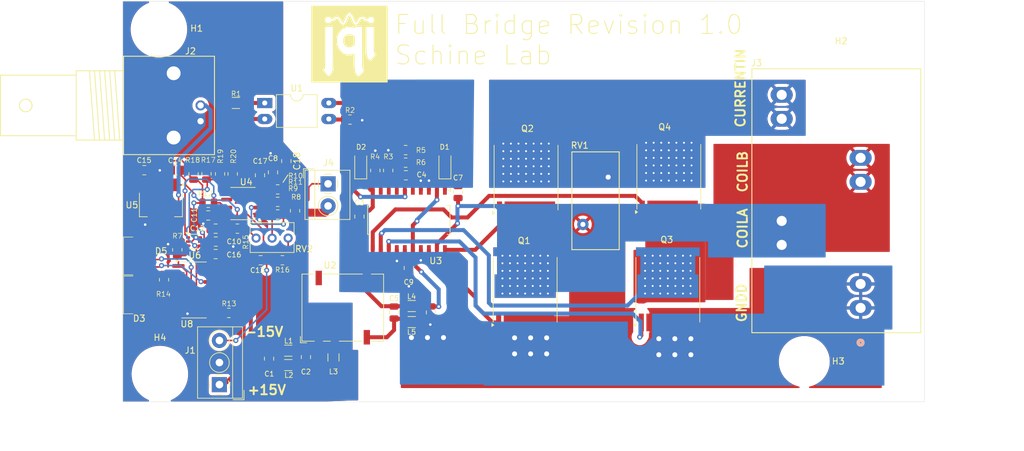
<source format=kicad_pcb>
(kicad_pcb (version 20240108) (generator "pcbnew") (generator_version "8.0")
  (layers (0 "F.Cu" signal) (31 "B.Cu" signal) (34 "B.Paste" user) (35 "F.Paste" user) (36 "B.SilkS" user "B.Silkscreen") (37 "F.SilkS" user "F.Silkscreen") (38 "B.Mask" user) (39 "F.Mask" user) (44 "Edge.Cuts" user))
  (net 0 "")
  (net 1 "GND")
  (net 2 "Net-(C2-Pad1)")
  (net 3 "GNDD")
  (net 4 "+15V")
  (net 5 "Net-(U2-GND)")
  (net 6 "Net-(R1-Pad1)")
  (net 7 "Net-(D2-K)")
  (net 8 "Coil_B")
  (net 9 "Net-(U3-IN-)")
  (net 10 "Net-(U2-Vo+)")
  (net 11 "Net-(U2-Vo-)")
  (net 12 "Net-(D1-K)")
  (net 13 "Coil_A")
  (net 14 "Current_in")
  (net 15 "Net-(U2-Vin)")
  (net 16 "Net-(Q3-G)")
  (net 17 "Net-(U3-HDEL)")
  (net 18 "Net-(U3-LDEL)")
  (net 19 "Net-(U3-IN+)")
  (net 22 "VCC")
  (net 23 "VEE")
  (net 24 "Net-(D3-KA)")
  (net 25 "Net-(D3-AK)")
  (net 26 "Net-(D5-KA)")
  (net 27 "Net-(D5-AK)")
  (net 28 "/protection/input")
  (net 29 "Net-(Q1-G)")
  (net 30 "Net-(Q2-G)")
  (net 31 "Net-(Q4-G)")
  (net 32 "/protection/output +")
  (net 33 "Net-(R16-Pad2)")
  (net 34 "Net-(C18-Pad2)")
  (net 35 "Net-(R15-Pad1)")
  (net 36 "/protection/output -")
  (net 37 "Net-(U4-+)")
  (net 38 "Net-(U6-LE)")
  (net 40 "Net-(U4--)")
  (net 42 "+5V")
  (net 43 "Net-(U6-Q)")
  (net 44 "Net-(U8-Pad10)")
  (net 45 "Net-(U8-Pad4)")
  (net 46 "Net-(R14-Pad1)")
  (net 47 "Net-(R13-Pad1)")
  (net 48 "/protection/monitor")
  (footprint "Capacitor_SMD:C_0805_2012Metric" (layer "F.Cu") (at 139.086522 110.346298 -90)
    (property "Reference" "C3")
    (property "Value" "47nF")
  )
  (footprint "Capacitor_SMD:C_0805_2012Metric" (layer "F.Cu") (at 146.440361 103.802941)
    (property "Reference" "C4")
    (property "Value" "100nF")
  )
  (footprint "Capacitor_SMD:C_0805_2012Metric" (layer "F.Cu") (at 144.57261 125.567656 -90)
    (property "Reference" "C5")
    (property "Value" "DNP")
  )
  (footprint "Capacitor_SMD:C_0805_2012Metric" (layer "F.Cu") (at 150.41461 125.551656 90)
    (property "Reference" "C6" (hide yes))
    (property "Value" "22uF")
  )
  (footprint "Capacitor_SMD:C_0805_2012Metric" (layer "F.Cu") (at 154.707482 106.454348 -90)
    (property "Reference" "C7")
    (property "Value" "47nF")
  )
  (footprint "Connectors_TE-Connectivity:BNC_Socket_TYCO-AMP" (layer "F.Cu") (at 108.913213 92.72 90)
    (property "Reference" "J2")
    (property "Value" "Conn_Coaxial")
  )
  (footprint "footprints:CONN_2453710000" (layer "F.Cu") (at 218.48 124.841 90)
    (property "Reference" "J3")
    (property "Value" "2453710000")
  )
  (footprint "Inductors_SMD:L_0805" (layer "F.Cu") (at 134.96661 132.685656 90)
    (property "Reference" "L3")
    (property "Value" "4.7k")
  )
  (footprint "Inductors_SMD:L_0805" (layer "F.Cu") (at 147.36661 124.535656)
    (property "Reference" "L4")
    (property "Value" "4.7k")
  )
  (footprint "Inductors_SMD:L_0805" (layer "F.Cu") (at 147.36661 127.075656)
    (property "Reference" "L5")
    (property "Value" "4.7k")
  )
  (footprint "Resistors_SMD:R_0805" (layer "F.Cu") (at 119.50761 92.334656 180)
    (property "Reference" "R1")
    (property "Value" "220")
  )
  (footprint "Resistor_SMD:R_0805_2012Metric" (layer "F.Cu") (at 143.635862 103.035251 90)
    (property "Reference" "R3")
    (property "Value" "100k")
  )
  (footprint "Resistor_SMD:R_0805_2012Metric" (layer "F.Cu") (at 141.59788 103.035046 90)
    (property "Reference" "R4")
    (property "Value" "100k")
  )
  (footprint "Resistor_SMD:R_0805_2012Metric" (layer "F.Cu") (at 146.402861 99.802941 180)
    (property "Reference" "R5")
    (property "Value" "10k")
  )
  (footprint "Resistor_SMD:R_0805_2012Metric" (layer "F.Cu") (at 146.402861 101.802941)
    (property "Reference" "R6")
    (property "Value" "10k")
  )
  (footprint "Converters_DCDC_ACDC:DCDC-Conv_muRata_NXE2SxxxxMC" (layer "F.Cu") (at 136.44461 124.789656 90)
    (property "Reference" "U2")
    (property "Value" "PDS1-S15-S15-M")
  )
  (footprint "Housings_DIP:DIP-4_W10.16mm_LongPads" (layer "F.Cu") (at 124.07961 92.334656)
    (property "Reference" "U1")
    (property "Value" "LTV-817")
  )
  (footprint "Package_TO_SOT_SMD:Infineon_PG-HSOF-8-1_ThermalVias" (layer "F.Cu") (at 165.47842 104.106656 90)
    (property "Reference" "Q2")
    (property "Value" "IAUT300N10S5N014ATMA1")
  )
  (footprint "Package_TO_SOT_SMD:Infineon_PG-HSOF-8-1_ThermalVias" (layer "F.Cu") (at 187.93842 121.886656 90)
    (property "Reference" "Q3")
    (property "Value" "IAUT300N10S5N014ATMA1")
  )
  (footprint "Package_TO_SOT_SMD:Infineon_PG-HSOF-8-1_ThermalVias" (layer "F.Cu") (at 165.33842 121.886656 90)
    (property "Reference" "Q1")
    (property "Value" "IAUT300N10S5N014ATMA1")
  )
  (footprint "Capacitor_SMD:C_0805_2012Metric" (layer "F.Cu") (at 130.60461 132.633656 90)
    (property "Reference" "C2")
    (property "Value" "22uF")
  )
  (footprint "Capacitor_SMD:C_0805_2012Metric" (layer "F.Cu") (at 124.76261 132.887656 90)
    (property "Reference" "C1")
    (property "Value" "22uF")
  )
  (footprint "Inductors_SMD:L_0805" (layer "F.Cu") (at 127.81061 131.617656)
    (property "Reference" "L1")
    (property "Value" "4.7k")
  )
  (footprint "Inductors_SMD:L_0805" (layer "F.Cu") (at 127.81061 133.903656)
    (property "Reference" "L2")
    (property "Value" "4.7k")
  )
  (footprint "Capacitor_SMD:C_0805_2012Metric" (layer "F.Cu") (at 146.90842 118.496656 -90)
    (property "Reference" "C9")
    (property "Value" "100nF")
  )
  (footprint "Diode_SMD:Nexperia_CFP3_SOD-123W" (layer "F.Cu") (at 152.62342 102.116656 90)
    (property "Reference" "D1")
    (property "Value" "PMEG10020AELRX")
  )
  (footprint "Package_TO_SOT_SMD:Infineon_PG-HSOF-8-1_ThermalVias" (layer "F.Cu") (at 188.096 103.97 90)
    (property "Reference" "Q4")
    (property "Value" "IAUT300N10S5N014ATMA1")
  )
  (footprint "Resistor_SMD:R_0805_2012Metric" (layer "F.Cu") (at 119.749135 112.264077 180)
    (property "Reference" "R15")
    (property "Value" "0")
  )
  (footprint "footprints:LED_boomerang" (layer "F.Cu") (at 104.199938 116.591932 -90)
    (property "Reference" "D5")
    (property "Value" "AA4040R3G2CT/R-10MAT")
  )
  (footprint "Package_TO_SOT_SMD:SOT-363_SC-70-6" (layer "F.Cu") (at 112.877172 114.317646)
    (property "Reference" "U6")
    (property "Value" "74LVC1G373")
  )
  (footprint "Resistor_SMD:R_0805_2012Metric" (layer "F.Cu") (at 114.852172 103.567646 90)
    (property "Reference" "R17")
    (property "Value" "0")
  )
  (footprint "Resistor_SMD:R_0805_2012Metric" (layer "F.Cu") (at 126.13 106.04 180)
    (property "Reference" "R10")
    (property "Value" "DNP")
  )
  (footprint "Resistor_SMD:R_0805_2012Metric" (layer "F.Cu") (at 108.127172 120.367646 -90)
    (property "Reference" "R14")
    (property "Value" "330")
  )
  (footprint "Package_SO:SOIC-14_3.9x8.7mm_P1.27mm" (layer "F.Cu") (at 112.876477 121.987962)
    (property "Reference" "U8")
    (property "Value" "74AC14DR")
  )
  (footprint "Capacitor_SMD:C_0805_2012Metric" (layer "F.Cu") (at 116.303642 116.300706 180)
    (property "Reference" "C16")
    (property "Value" "100nF")
  )
  (footprint "MountingHole:MountingHole_3.5mm" (layer "F.Cu") (at 209.55 133.35)
    (property "Reference" "H3")
    (property "Value" "MountingHole")
  )
  (footprint "Resistor_SMD:R_0805_2012Metric" (layer "F.Cu") (at 126.87711 117.276656)
    (property "Reference" "R16")
    (property "Value" "0")
  )
  (footprint "Package_TO_SOT_SMD:SOT-223-3_TabPin2" (layer "F.Cu") (at 107.627172 108.467646 -90)
    (property "Reference" "U5")
    (property "Value" "LM340MPX-5.0/NOPB")
  )
  (footprint "Resistor_SMD:R_0805_2012Metric" (layer "F.Cu") (at 137.58 94.96)
    (property "Reference" "R2")
    (property "Value" "10k")
  )
  (footprint "footprints:JQI-Logo" (layer "F.Cu") (at 137.5 83)
    (property "Reference" "LOGO_1" (hide yes))
    (property "Value" "~" (hide yes))
  )
  (footprint "MountingHole:MountingHole_3.5mm" (layer "F.Cu") (at 107.442 80.518)
    (property "Reference" "H1")
    (property "Value" "MountingHole")
  )
  (footprint "Resistor_SMD:R_0805_2012Metric" (layer "F.Cu") (at 128.877172 109.426577 -90)
    (property "Reference" "R8")
    (property "Value" "DNP")
  )
  (footprint "Resistor_SMD:R_0805_2012Metric" (layer "F.Cu") (at 119.002172 103.580146 90)
    (property "Reference" "R20")
    (property "Value" "0")
  )
  (footprint "Capacitor_SMD:C_0805_2012Metric" (layer "F.Cu") (at 104.995796 102.994517 180)
    (property "Reference" "C15")
    (property "Value" "100nF")
  )
  (footprint "Capacitor_SMD:C_0805_2012Metric" (layer "F.Cu") (at 116.299135 112.264077 180)
    (property "Reference" "C12")
    (property "Value" "100nF")
  )
  (footprint "Resistor_SMD:R_0805_2012Metric" (layer "F.Cu") (at 115.127172 108.172646 180)
    (property "Reference" "R12")
    (property "Value" "10k")
  )
  (footprint "Potentiometer_THT:Potentiometer_Bourns_3266Y_Vertical" (layer "F.Cu") (at 122.709135 113.764077 180)
    (property "Reference" "RV2")
    (property "Value" "100k")
  )
  (footprint "Capacitor_SMD:C_0805_2012Metric" (layer "F.Cu") (at 127.5 101.55 -90)
    (property "Reference" "C18")
    (property "Value" "100nF")
  )
  (footprint "Capacitor_SMD:C_0805_2012Metric" (layer "F.Cu") (at 116.327172 114.317646)
    (property "Reference" "C10")
    (property "Value" "100nF")
  )
  (footprint "Capacitor_SMD:C_0805_2012Metric" (layer "F.Cu") (at 109.927172 103)
    (property "Reference" "C14")
    (property "Value" "100nF")
  )
  (footprint "Diode_SMD:Nexperia_CFP3_SOD-123W" (layer "F.Cu") (at 139.28842 102.116656 90)
    (property "Reference" "D2")
    (property "Value" "PMEG10020AELRX")
  )
  (footprint "Capacitor_SMD:C_0805_2012Metric" (layer "F.Cu") (at 115.127172 110.172646 180)
    (property "Reference" "C11")
    (property "Value" "100nF")
  )
  (footprint "Resistor_SMD:R_0805_2012Metric" (layer "F.Cu") (at 126.127172 108.014077 180)
    (property "Reference" "R11")
    (property "Value" "0")
  )
  (footprint "Package_SO:SO-20_12.8x7.5mm_P1.27mm" (layer "F.Cu") (at 146.90842 110.876656 -90)
    (property "Reference" "U3")
    (property "Value" "HIP4080A")
  )
  (footprint "Resistor_SMD:R_0805_2012Metric" (layer "F.Cu") (at 110.227172 115.617646 90)
    (property "Reference" "R7")
    (property "Value" "10k")
  )
  (footprint "Capacitor_SMD:C_0805_2012Metric" (layer "F.Cu") (at 125.38961 103.336656 90)
    (property "Reference" "C8")
    (property "Value" "22uF")
  )
  (footprint "Capacitor_SMD:C_0805_2012Metric" (layer "F.Cu") (at 123.32961 103.796656 -90)
    (property "Reference" "C17")
    (property "Value" "100nF")
  )
  (footprint "Resistor_SMD:R_0805_2012Metric" (layer "F.Cu") (at 117.002172 103.580146 -90)
    (property "Reference" "R19")
    (property "Value" "DNP")
  )
  (footprint "TerminalBlock_4Ucon:TerminalBlock_4Ucon_1x03_P3.50mm_Horizontal" (layer "F.Cu") (at 116.9 137 90)
    (property "Reference" "J1")
    (property "Value" "Screw_Terminal_01x03")
  )
  (footprint "TerminalBlock_4Ucon:TerminalBlock_4Ucon_1x02_P3.50mm_Horizontal" (layer "F.Cu") (at 134.112 105.156 -90)
    (property "Reference" "J4")
    (property "Value" "Screw_Terminal_01x02")
  )
  (footprint "MountingHole:MountingHole_3.5mm" (layer "F.Cu") (at 209.55 82.55)
    (property "Reference" "H2")
    (property "Value" "MountingHole")
  )
  (footprint "Capacitor_SMD:C_0805_2012Metric" (layer "F.Cu") (at 123.42711 117.276656 180)
    (property "Reference" "C13")
    (property "Value" "100nF")
  )
  (footprint "Package_SO:SO-8_3.9x4.9mm_P1.27mm" (layer "F.Cu") (at 120.627172 108.287646 180)
    (property "Reference" "U4")
    (property "Value" "LT1011")
  )
  (footprint "MountingHole:MountingHole_3.5mm" (layer "F.Cu") (at 107.442 135.382)
    (property "Reference" "H4")
    (property "Value" "MountingHole")
  )
  (footprint "Resistor_SMD:R_0805_2012Metric" (layer "F.Cu") (at 118.390622 125.6309)
    (property "Reference" "R13")
    (property "Value" "330")
  )
  (footprint "Resistor_SMD:R_0805_2012Metric" (layer "F.Cu") (at 112.802172 103.580146 -90)
    (property "Reference" "R18")
    (property "Value" "DNP")
  )
  (footprint "footprints:LED_boomerang" (layer "F.Cu") (at 104.206871 122.774057 -90)
    (property "Reference" "D3")
    (property "Value" "AA4040R3G2CT/R-10MAT")
  )
  (footprint "Varistor:RV_Disc_D15.5mm_W7.5mm_P7.5mm" (layer "F.Cu") (at 178.486489 104.092921 -90)
    (property "Reference" "RV1")
    (property "Value" "V20E50P (80V)")
  )
  (footprint "Resistor_SMD:R_0805_2012Metric" (layer "F.Cu") (at 126.127172 110.014077)
    (property "Reference" "R9")
    (property "Value" "0")
  )
  (gr_line (start 127.75 103.75) (end 126.976257 104.910408) (stroke (width 0.12)) (layer "F.SilkS"))
  (gr_line (start 126.976257 104.910408) (end 127.75 103.75) (stroke (width 0.12)) (layer "F.SilkS"))
  (gr_rect (start 101.6 76.2) (end 228.6 139.7) (stroke (width 0.05)) (fill none) (layer "Edge.Cuts"))
  (gr_text "-15V" (at 120.777014 129.499833 0) (layer "F.SilkS") (effects (font (size 1.5 1.5) (thickness 0.3) (bold yes)) (justify left bottom)))
  (gr_text "COILB" (at 200.66 106.68 90) (layer "F.SilkS") (effects (font (size 1.5 1.5) (thickness 0.3) (bold yes)) (justify left bottom)))
  (gr_text "Full Bridge Revision 1.0\nSchine Lab " (at 144.5 86.5 0) (layer "F.SilkS") (effects (font (size 3 3)) (justify left bottom)))
  (gr_text "COILA" (at 200.66 115.57 90) (layer "F.SilkS") (effects (font (size 1.5 1.5) (thickness 0.3) (bold yes)) (justify left bottom)))
  (gr_text "GNDD" (at 200.523686 127.267241 90) (layer "F.SilkS") (effects (font (size 1.5 1.5) (thickness 0.3) (bold yes)) (justify left bottom)))
  (gr_text "+15V" (at 121.210755 138.728877 0) (layer "F.SilkS") (effects (font (size 1.5 1.5) (thickness 0.3) (bold yes)) (justify left bottom)))
  (gr_text "CURRENTIN" (at 200.324601 96.378763 90) (layer "F.SilkS") (effects (font (size 1.5 1.5) (thickness 0.3) (bold yes)) (justify left bottom)))
  (segment (start 105.14862 111.617646) (end 105.13961 111.626656) (width 0.635) (layer "F.Cu") (net 1))
  (segment (start 112.52027 114.317646) (end 113.178755 113.659161) (width 0.25) (layer "F.Cu") (net 1))
  (segment (start 117.253642 116.300706) (end 118.71556 116.300706) (width 0.25) (layer "F.Cu") (net 1))
  (segment (start 120.32711 115.126656) (end 119.11461 115.126656) (width 0.25) (layer "F.Cu") (net 1))
  (segment (start 108.958294 103.018878) (end 108.977172 103) (width 0.25) (layer "F.Cu") (net 1))
  (segment (start 126.86061 131.617656) (end 125.03261 131.617656) (width 0.635) (layer "F.Cu") (net 1))
  (segment (start 107.5 103) (end 107.302634 102.908804) (width 0.25) (layer "F.Cu") (net 1))
  (segment (start 125.03261 131.617656) (end 124.76261 131.887656) (width 0.635) (layer "F.Cu") (net 1))
  (segment (start 113.827172 113.667646) (end 113.18724 113.667646) (width 0.25) (layer "F.Cu") (net 1))
  (segment (start 105.945796 102.994517) (end 107.425702 102.994517) (width 0.25) (layer "F.Cu") (net 1))
  (segment (start 113.18724 113.667646) (end 113.178755 113.659161) (width 0.25) (layer "F.Cu") (net 1))
  (segment (start 119.11461 115.126656) (end 119.08961 115.101656) (width 0.635) (layer "F.Cu") (net 1))
  (segment (start 133.604 109.728) (end 131.064 109.728) (width 1.27) (layer "F.Cu") (net 1))
  (segment (start 110.227172 114.705146) (end 108.78612 114.705146) (width 0.25) (layer "F.Cu") (net 1))
  (segment (start 122.47711 117.276656) (end 120.32711 115.126656) (width 0.25) (layer "F.Cu") (net 1))
  (segment (start 123.202172 110.785013) (end 123.216107 110.798948) (width 0.635) (layer "F.Cu") (net 1))
  (segment (start 119.08961 115.926656) (end 119.08961 115.101656) (width 0.25) (layer "F.Cu") (net 1))
  (segment (start 108.78612 114.705146) (end 108.76461 114.726656) (width 0.635) (layer "F.Cu") (net 1))
  (segment (start 119.06461 115.076656) (end 119.08961 115.101656) (width 0.635) (layer "F.Cu") (net 1))
  (segment (start 107.627172 111.617646) (end 107.627172 105.317646) (width 0.635) (layer "F.Cu") (net 1))
  (segment (start 119.06461 114.676656) (end 119.06461 115.076656) (width 0.25) (layer "F.Cu") (net 1))
  (segment (start 118.71556 116.300706) (end 119.08961 115.926656) (width 0.25) (layer "F.Cu") (net 1))
  (segment (start 107.450063 103.018878) (end 108.958294 103.018878) (width 0.25) (layer "F.Cu") (net 1))
  (segment (start 107.425702 102.994517) (end 107.450063 103.018878) (width 0.25) (layer "F.Cu") (net 1))
  (segment (start 123.202172 110.192646) (end 123.202172 110.785013) (width 0.635) (layer "F.Cu") (net 1))
  (segment (start 111.927172 114.317646) (end 112.52027 114.317646) (width 0.25) (layer "F.Cu") (net 1))
  (segment (start 129.59 111.99) (end 129.57 111.97) (width 0.25) (layer "F.Cu") (net 1))
  (segment (start 111.793304 125.797962) (end 111.83961 125.751656) (width 0.635) (layer "F.Cu") (net 1))
  (segment (start 134.112 108.656) (end 134.112 109.22) (width 1.27) (layer "F.Cu") (net 1))
  (segment (start 107.627172 111.617646) (end 105.14862 111.617646) (width 0.635) (layer "F.Cu") (net 1))
  (segment (start 134.112 109.22) (end 133.604 109.728) (width 1.27) (layer "F.Cu") (net 1))
  (segment (start 118.7056 114.317646) (end 119.06461 114.676656) (width 0.25) (layer "F.Cu") (net 1))
  (segment (start 110.401477 125.797962) (end 111.793304 125.797962) (width 0.25) (layer "F.Cu") (net 1))
  (segment (start 117.277172 114.317646) (end 118.7056 114.317646) (width 0.25) (layer "F.Cu") (net 1))
  (segment (start 107.5 103) (end 107.39383 103) (width 0.25) (layer "F.Cu") (net 1))
  (via (at 123.216107 110.798948) (size 0.8) (drill 0.4) (layers "F.Cu" "B.Cu") (net 1))
  (via (at 114.34 111.48) (size 0.8) (drill 0.4) (layers "F.Cu" "B.Cu") (net 1))
  (via (at 107.450063 103.018878) (size 0.8) (drill 0.4) (layers "F.Cu" "B.Cu") (net 1))
  (via (at 125 100.306656) (size 0.8) (drill 0.4) (layers "F.Cu" "B.Cu") (net 1))
  (via (at 111.83961 125.751656) (size 0.8) (drill 0.4) (layers "F.Cu" "B.Cu") (net 1))
  (via (at 119.08961 115.101656) (size 0.8) (drill 0.4) (layers "F.Cu" "B.Cu") (net 1))
  (via (at 108.76461 114.726656) (size 0.8) (drill 0.4) (layers "F.Cu" "B.Cu") (net 1))
  (via (at 105.13961 111.626656) (size 0.8) (drill 0.4) (layers "F.Cu" "B.Cu") (net 1))
  (via (at 113.178755 113.659161) (size 0.8) (drill 0.4) (layers "F.Cu" "B.Cu") (net 1))
  (segment (start 130.86661 134.735656) (end 130.51661 134.385656) (width 0.635) (layer "F.Cu") (net 2))
  (segment (start 134.51661 134.735656) (end 130.86661 134.735656) (width 0.635) (layer "F.Cu") (net 2))
  (segment (start 134.96661 133.635656) (end 134.96661 134.285656) (width 0.635) (layer "F.Cu") (net 2))
  (segment (start 130.60461 134.297656) (end 130.60461 133.583656) (width 0.635) (layer "F.Cu") (net 2))
  (segment (start 128.76061 133.903656) (end 130.09661 133.903656) (width 0.635) (layer "F.Cu") (net 2))
  (segment (start 130.51661 134.385656) (end 130.60461 134.297656) (width 0.635) (layer "F.Cu") (net 2))
  (segment (start 134.96661 134.285656) (end 134.51661 134.735656) (width 0.635) (layer "F.Cu") (net 2))
  (segment (start 148.80174 116.603336) (end 148.80174 117.288699) (width 0.635) (layer "F.Cu") (net 3))
  (segment (start 149.89061 127.075656) (end 148.31661 127.075656) (width 0.635) (layer "F.Cu") (net 3))
  (segment (start 150.098642 104.648799) (end 150.08342 104.664021) (width 0.635) (layer "F.Cu") (net 3))
  (segment (start 149.89061 127.075656) (end 150.31 127.48) (width 0.635) (layer "F.Cu") (net 3))
  (segment (start 148.31661 128.54339) (end 147.32 129.54) (width 0.635) (layer "F.Cu") (net 3))
  (segment (start 146.90842 121.40842) (end 146.90842 119.446656) (width 0.635) (layer "F.Cu") (net 3))
  (segment (start 147.315361 103.727941) (end 147.390361 103.802941) (width 0.635) (layer "F.Cu") (net 3))
  (segment (start 147.315361 102.621656) (end 147.315361 103.727941) (width 0.635) (layer "F.Cu") (net 3))
  (segment (start 148.81342 104.665484) (end 148.805291 104.657355) (width 0.635) (layer "F.Cu") (net 3))
  (segment (start 145.00342 115.626656) (end 145.00342 117.379708) (width 0.635) (layer "F.Cu") (net 3))
  (segment (start 139.41 94.96) (end 139.52 95.07) (width 0.635) (layer "F.Cu") (net 3))
  (segment (start 143.635862 101.053928) (end 143.635862 102.122751) (width 0.635) (layer "F.Cu") (net 3))
  (segment (start 145.00342 117.379708) (end 145.016127 117.392415) (width 0.635) (layer "F.Cu") (net 3))
  (segment (start 138.4925 94.96) (end 139.41 94.96) (width 0.635) (layer "F.Cu") (net 3))
  (segment (start 148.81342 103.256656) (end 148.805291 103.264785) (width 0.635) (layer "F.Cu") (net 3))
  (segment (start 150.08342 104.664021) (end 150.08342 106.126656) (width 0.635) (layer "F.Cu") (net 3))
  (segment (start 148.81342 115.626656) (end 148.81342 116.591656) (width 0.635) (layer "F.Cu") (net 3))
  (segment (start 148.81342 106.126656) (end 148.81342 104.665484) (width 0.635) (layer "F.Cu") (net 3))
  (segment (start 148.805291 103.264785) (end 148.805291 104.657355) (width 0.635) (layer "F.Cu") (net 3))
  (segment (start 147.315361 102.621656) (end 148.17842 102.621656) (width 0.635) (layer "F.Cu") (net 3))
  (segment (start 147.315361 101.802941) (end 147.315361 102.621656) (width 0.635) (layer "F.Cu") (net 3))
  (segment (start 148.17842 102.621656) (end 148.81342 103.256656) (width 0.635) (layer "F.Cu") (net 3))
  (segment (start 150.31 127.48) (end 150.41461 126.551656) (width 0.635) (layer "F.Cu") (net 3))
  (segment (start 141.59788 99.893266) (end 141.59788 102.122546) (width 0.635) (layer "F.Cu") (net 3))
  (segment (start 143.659335 99.823497) (end 143.635862 101.053928) (width 0.635) (layer "F.Cu") (net 3))
  (segment (start 148.31661 127.075656) (end 148.31661 128.54339) (width 0.635) (layer "F.Cu") (net 3))
  (segment (start 148.81342 116.591656) (end 148.80174 116.603336) (width 0.635) (layer "F.Cu") (net 3))
  (via (at 166.203292 132.120206) (size 1.524) (drill 0.7874) (layers "F.Cu" "B.Cu") (net 3))
  (via (at 148.805291 104.657355) (size 0.8) (drill 0.4) (layers "F.Cu" "B.Cu") (net 3))
  (via (at 163.663292 132.120206) (size 1.524) (drill 0.7874) (layers "F.Cu" "B.Cu") (net 3))
  (via (at 147.32 129.54) (size 1.524) (drill 0.7874) (layers "F.Cu" "B.Cu") (net 3))
  (via (at 143.659335 99.823497) (size 0.8) (drill 0.4) (layers "F.Cu" "B.Cu") (net 3))
  (via (at 163.663292 129.580206) (size 1.524) (drill 0.7874) (layers "F.Cu" "B.Cu") (net 3))
  (via (at 139.52 95.07) (size 0.8) (drill 0.4) (layers "F.Cu" "B.Cu") (net 3))
  (via (at 166.203292 129.580206) (size 1.524) (drill 0.7874) (layers "F.Cu" "B.Cu") (net 3))
  (via (at 168.743292 132.120206) (size 1.524) (drill 0.7874) (layers "F.Cu" "B.Cu") (net 3))
  (via (at 141.59788 99.893266) (size 0.8) (drill 0.4) (layers "F.Cu" "B.Cu") (net 3))
  (via (at 145.016127 117.392415) (size 0.8) (drill 0.4) (layers "F.Cu" "B.Cu") (net 3))
  (via (at 168.743292 129.580206) (size 1.524) (drill 0.7874) (layers "F.Cu" "B.Cu") (net 3))
  (via (at 186.514966 132.263391) (size 1.524) (drill 0.7874) (layers "F.Cu" "B.Cu") (net 3))
  (via (at 150.31 127.48) (size 0.8) (drill 0.4) (layers "F.Cu" "B.Cu") (net 3))
  (via (at 186.514966 129.723391) (size 1.524) (drill 0.7874) (layers "F.Cu" "B.Cu") (net 3))
  (via (at 149.86 129.54) (size 1.524) (drill 0.7874) (layers "F.Cu" "B.Cu") (net 3))
  (via (at 148.80174 117.288699) (size 0.8) (drill 0.4) (layers "F.Cu" "B.Cu") (net 3))
  (via (at 189.054966 129.723391) (size 1.524) (drill 0.7874) (layers "F.Cu" "B.Cu") (net 3))
  (via (at 189.054966 132.263391) (size 1.524) (drill 0.7874) (layers "F.Cu" "B.Cu") (net 3))
  (via (at 152.4 129.54) (size 1.524) (drill 0.7874) (layers "F.Cu" "B.Cu") (net 3))
  (via (at 191.594966 129.723391) (size 1.524) (drill 0.7874) (layers "F.Cu" "B.Cu") (net 3))
  (via (at 150.098642 104.648799) (size 0.8) (drill 0.4) (layers "F.Cu" "B.Cu") (net 3))
  (via (at 146.90842 121.40842) (size 0.8) (drill 0.4) (layers "F.Cu" "B.Cu") (net 3))
  (via (at 191.594966 132.263391) (size 1.524) (drill 0.7874) (layers "F.Cu" "B.Cu") (net 3))
  (segment (start 152.62342 99.446656) (end 151.98842 98.811656) (width 0.635) (layer "F.Cu") (net 4))
  (segment (start 142.5 94.72) (end 142.5 97.501656) (width 0.635) (layer "F.Cu") (net 4))
  (segment (start 147.54342 111.729198) (end 148.195286 111.077332) (width 0.635) (layer "F.Cu") (net 4))
  (segment (start 146.90842 117.546656) (end 147.30961 117.546656) (width 0.635) (layer "F.Cu") (net 4))
  (segment (start 139.28842 99.446656) (end 141.19342 97.541656) (width 0.635) (layer "F.Cu") (net 4))
  (segment (start 146.27342 115.626656) (end 146.27342 116.911656) (width 0.635) (layer "F.Cu") (net 4))
  (segment (start 151.98842 98.811656) (end 150.16099 98.811656) (width 0.635) (layer "F.Cu") (net 4))
  (segment (start 140.114656 92.334656) (end 142.5 94.72) (width 0.635) (layer "F.Cu") (net 4))
  (segment (start 151.35342 101.986656) (end 151.35342 106.126656) (width 0.635) (layer "F.Cu") (net 4))
  (segment (start 148.89099 97.541656) (end 150.16099 98.811656) (width 0.635) (layer "F.Cu") (net 4))
  (segment (start 147.30961 117.546656) (end 148.88961 119.126656) (width 0.635) (layer "F.Cu") (net 4))
  (segment (start 150.39861 124.535656) (end 150.41461 124.551656) (width 0.635) (layer "F.Cu") (net 4))
  (segment (start 151.35342 106.126656) (end 151.35342 107.701656) (width 0.635) (layer "F.Cu") (net 4))
  (segment (start 147.54342 115.626656) (end 147.54342 111.729198) (width 0.635) (layer "F.Cu") (net 4))
  (segment (start 141.19342 97.541656) (end 142.54 97.541656) (width 0.635) (layer "F.Cu") (net 4))
  (segment (start 147.315361 99.802941) (end 149.169705 99.802941) (width 0.635) (layer "F.Cu") (net 4))
  (segment (start 152.62342 100.716656) (end 152.62342 99.446656) (width 0.635) (layer "F.Cu") (net 4))
  (segment (start 139.28842 100.716656) (end 139.28842 99.446656) (width 0.635) (layer "F.Cu") (net 4))
  (segment (start 148.31661 124.535656) (end 150.39861 124.535656) (width 0.635) (layer "F.Cu") (net 4))
  (segment (start 142.5 97.501656) (end 142.54 97.541656) (width 0.635) (layer "F.Cu") (net 4))
  (segment (start 151.61461 124.601656) (end 151.63961 124.626656) (width 0.635) (layer "F.Cu") (net 4))
  (segment (start 150.16099 98.811656) (end 149.169705 99.802941) (width 0.635) (layer "F.Cu") (net 4))
  (segment (start 142.54 97.541656) (end 148.89099 97.541656) (width 0.635) (layer "F.Cu") (net 4))
  (segment (start 146.27342 116.911656) (end 146.90842 117.546656) (width 0.635) (layer "F.Cu") (net 4))
  (segment (start 149.169705 99.802941) (end 151.35342 101.986656) (width 0.635) (layer "F.Cu") (net 4))
  (segment (start 150.41461 124.601656) (end 151.61461 124.601656) (width 0.635) (layer "F.Cu") (net 4))
  (segment (start 147.54342 116.911656) (end 146.90842 117.546656) (width 0.635) (layer "F.Cu") (net 4))
  (segment (start 134.23961 92.334656) (end 140.114656 92.334656) (width 0.635) (layer "F.Cu") (net 4))
  (segment (start 147.54342 115.626656) (end 147.54342 116.911656) (width 0.635) (layer "F.Cu") (net 4))
  (via (at 151.63961 124.626656) (size 0.8) (drill 0.4) (layers "F.Cu" "B.Cu") (net 4))
  (via (at 148.195286 111.077332) (size 0.8) (drill 0.4) (layers "F.Cu" "B.Cu") (net 4))
  (via (at 151.35342 107.701656) (size 0.8) (drill 0.4) (layers "F.Cu" "B.Cu") (net 4))
  (via (at 148.88961 119.126656) (size 0.8) (drill 0.4) (layers "F.Cu" "B.Cu") (net 4))
  (segment (start 148.195286 111.077332) (end 148.195286 110.85979) (width 0.635) (layer "B.Cu") (net 4))
  (segment (start 148.195286 110.85979) (end 151.35342 107.701656) (width 0.635) (layer "B.Cu") (net 4))
  (segment (start 151.63961 124.626656) (end 151.63961 121.876656) (width 0.635) (layer "B.Cu") (net 4))
  (segment (start 151.63961 121.876656) (end 148.88961 119.126656) (width 0.635) (layer "B.Cu") (net 4))
  (segment (start 130.58861 131.617656) (end 130.60461 131.633656) (width 0.635) (layer "F.Cu") (net 5))
  (segment (start 131.71661 131.633656) (end 130.60461 131.633656) (width 0.635) (layer "F.Cu") (net 5))
  (segment (start 132.63461 129.489656) (end 132.63461 130.715656) (width 0.635) (layer "F.Cu") (net 5))
  (segment (start 128.76061 131.617656) (end 130.58861 131.617656) (width 0.635) (layer "F.Cu") (net 5))
  (segment (start 132.63461 130.715656) (end 131.71661 131.633656) (width 0.635) (layer "F.Cu") (net 5))
  (segment (start 124.07961 92.334656) (end 120.45761 92.334656) (width 0.635) (layer "F.Cu") (net 6))
  (segment (start 140.647332 109.396298) (end 139.086522 109.396298) (width 0.635) (layer "F.Cu") (net 7))
  (segment (start 140.876656 106.126656) (end 141.19342 106.126656) (width 0.635) (layer "F.Cu") (net 7))
  (segment (start 141.19342 108.85021) (end 140.647332 109.396298) (width 0.635) (layer "F.Cu") (net 7))
  (segment (start 139.28842 103.516656) (end 139.28842 104.53842) (width 0.635) (layer "F.Cu") (net 7))
  (segment (start 139.28842 104.53842) (end 140.876656 106.126656) (width 0.635) (layer "F.Cu") (net 7))
  (segment (start 141.19342 106.126656) (end 141.19342 108.85021) (width 0.635) (layer "F.Cu") (net 7))
  (segment (start 142.46342 117.011656) (end 142.46342 115.626656) (width 0.635) (layer "F.Cu") (net 8))
  (segment (start 140.085086 117.427442) (end 142.047634 117.427442) (width 0.635) (layer "F.Cu") (net 8))
  (segment (start 142.047634 117.427442) (end 142.46342 117.011656) (width 0.635) (layer "F.Cu") (net 8))
  (segment (start 142.46342 115.626656) (end 142.46342 113.134595) (width 0.635) (layer "F.Cu") (net 8))
  (segment (start 142.46342 113.134595) (end 142.611634 112.986381) (width 0.635) (layer "F.Cu") (net 8))
  (segment (start 139.086522 111.296298) (end 139.086522 116.428878) (width 0.635) (layer "F.Cu") (net 8))
  (segment (start 139.086522 116.428878) (end 140.085086 117.427442) (width 0.635) (layer "F.Cu") (net 8))
  (via (at 142.611634 112.986381) (size 0.8) (drill 0.4) (layers "F.Cu" "B.Cu") (net 8))
  (segment (start 187.93842 118.086656) (end 181.565076 124.46) (width 0.635) (layer "B.Cu") (net 8))
  (segment (start 155.580922 112.490054) (end 143.107961 112.490054) (width 0.635) (layer "B.Cu") (net 8))
  (segment (start 159.585 124.025) (end 159.585 116.494132) (width 0.635) (layer "B.Cu") (net 8))
  (segment (start 143.107961 112.490054) (end 142.611634 112.986381) (width 0.635) (layer "B.Cu") (net 8))
  (segment (start 159.585 116.494132) (end 155.580922 112.490054) (width 0.635) (layer "B.Cu") (net 8))
  (segment (start 160.02 124.46) (end 159.585 124.025) (width 0.635) (layer "B.Cu") (net 8))
  (segment (start 181.565076 124.46) (end 160.02 124.46) (width 0.635) (layer "B.Cu") (net 8))
  (segment (start 145.00342 100.289882) (end 145.490361 99.802941) (width 0.25) (layer "F.Cu") (net 9))
  (segment (start 145.00342 103.256656) (end 145.00342 101.986656) (width 0.25) (layer "F.Cu") (net 9))
  (segment (start 145.490361 101.802941) (end 145.187135 101.802941) (width 0.25) (layer "F.Cu") (net 9))
  (segment (start 145.00342 106.126656) (end 145.00342 103.256656) (width 0.25) (layer "F.Cu") (net 9))
  (segment (start 145.00342 101.986656) (end 145.00342 100.289882) (width 0.25) (layer "F.Cu") (net 9))
  (segment (start 145.187135 101.802941) (end 145.00342 101.986656) (width 0.25) (layer "F.Cu") (net 9))
  (segment (start 145.490361 103.743597) (end 145.00342 103.256656) (width 0.25) (layer "F.Cu") (net 9))
  (segment (start 145.490361 103.802941) (end 145.490361 103.743597) (width 0.25) (layer "F.Cu") (net 9))
  (segment (start 146.38461 124.567656) (end 146.41661 124.535656) (width 0.635) (layer "F.Cu") (net 10))
  (segment (start 144.57261 124.567656) (end 146.38461 124.567656) (width 0.635) (layer "F.Cu") (net 10))
  (segment (start 140.25461 120.089656) (end 140.25461 122.249656) (width 0.635) (layer "F.Cu") (net 10))
  (segment (start 140.25461 122.249656) (end 142.57261 124.567656) (width 0.635) (layer "F.Cu") (net 10))
  (segment (start 142.57261 124.567656) (end 144.57261 124.567656) (width 0.635) (layer "F.Cu") (net 10))
  (segment (start 144.57261 128.345656) (end 144.57261 126.567656) (width 0.635) (layer "F.Cu") (net 11))
  (segment (start 144.57261 126.567656) (end 145.90861 126.567656) (width 0.635) (layer "F.Cu") (net 11))
  (segment (start 143.42861 129.489656) (end 144.57261 128.345656) (width 0.635) (layer "F.Cu") (net 11))
  (segment (start 145.90861 126.567656) (end 146.41661 127.075656) (width 0.635) (layer "F.Cu") (net 11))
  (segment (start 140.25461 129.489656) (end 143.42861 129.489656) (width 0.635) (layer "F.Cu") (net 11))
  (segment (start 152.62342 103.516656) (end 154.219981 103.516656) (width 0.635) (layer "F.Cu") (net 12))
  (segment (start 154.707482 104.004157) (end 154.707482 105.504348) (width 0.635) (layer "F.Cu") (net 12))
  (segment (start 152.62342 103.516656) (end 152.62342 106.126656) (width 0.635) (layer "F.Cu") (net 12))
  (segment (start 154.219981 103.516656) (end 154.707482 104.004157) (width 0.635) (layer "F.Cu") (net 12))
  (segment (start 154.610038 111.430038) (end 151.35342 114.686656) (width 0.635) (layer "F.Cu") (net 13))
  (segment (start 154.707482 107.404348) (end 154.707482 108.679348) (width 0.635) (layer "F.Cu") (net 13))
  (segment (start 151.35342 114.686656) (end 151.35342 115.626656) (width 0.635) (layer "F.Cu") (net 13))
  (via (at 154.707482 108.679348) (size 0.8) (drill 0.4) (layers "F.Cu" "B.Cu") (net 13))
  (via (at 154.610038 111.430038) (size 0.8) (drill 0.4) (layers "F.Cu" "B.Cu") (net 13))
  (segment (start 161.29 109.22) (end 160.749348 108.679348) (width 0.635) (layer "B.Cu") (net 13))
  (segment (start 154.610038 108.776792) (end 154.707482 108.679348) (width 0.635) (layer "B.Cu") (net 13))
  (segment (start 154.610038 111.430038) (end 154.610038 108.776792) (width 0.635) (layer "B.Cu") (net 13))
  (segment (start 154.707482 108.679348) (end 160.749348 108.679348) (width 0.635) (layer "B.Cu") (net 13))
  (segment (start 135.17461 129.489656) (end 135.17461 131.527656) (width 0.635) (layer "F.Cu") (net 15))
  (segment (start 135.17461 131.527656) (end 134.96661 131.735656) (width 0.635) (layer "F.Cu") (net 15))
  (segment (start 183.73842 129.20483) (end 183.489049 129.454201) (width 0.635) (layer "F.Cu") (net 16))
  (segment (start 143.73342 114.3) (end 143.73342 115.626656) (width 0.635) (layer "F.Cu") (net 16))
  (segment (start 183.73842 127.136656) (end 183.73842 129.20483) (width 0.635) (layer "F.Cu") (net 16))
  (via (at 143.73342 114.3) (size 0.8) (drill 0.4) (layers "F.Cu" "B.Cu") (net 16))
  (via (at 183.489049 129.454201) (size 0.8) (drill 0.4) (layers "F.Cu" "B.Cu") (net 16))
  (segment (start 158.75 125.73) (end 182.337687 125.73) (width 0.635) (layer "B.Cu") (net 16))
  (segment (start 154.94 114.3) (end 157.48 116.84) (width 0.635) (layer "B.Cu") (net 16))
  (segment (start 157.48 116.84) (end 157.48 124.46) (width 0.635) (layer "B.Cu") (net 16))
  (segment (start 143.73342 114.3) (end 154.94 114.3) (width 0.635) (layer "B.Cu") (net 16))
  (segment (start 157.48 124.46) (end 158.75 125.73) (width 0.635) (layer "B.Cu") (net 16))
  (segment (start 183.604746 129.338504) (end 183.489049 129.454201) (width 0.635) (layer "B.Cu") (net 16))
  (segment (start 183.604746 126.997059) (end 183.604746 129.338504) (width 0.635) (layer "B.Cu") (net 16))
  (segment (start 182.337687 125.73) (end 183.604746 126.997059) (width 0.635) (layer "B.Cu") (net 16))
  (segment (start 143.73342 104.045309) (end 143.635862 103.947751) (width 0.25) (layer "F.Cu") (net 17))
  (segment (start 143.73342 106.126656) (end 143.73342 104.045309) (width 0.25) (layer "F.Cu") (net 17))
  (segment (start 142.46342 105.669564) (end 141.59788 104.804024) (width 0.25) (layer "F.Cu") (net 18))
  (segment (start 141.59788 103.947546) (end 141.59788 104.804024) (width 0.25) (layer "F.Cu") (net 18))
  (segment (start 142.46342 106.126656) (end 142.46342 105.669564) (width 0.25) (layer "F.Cu") (net 18))
  (segment (start 139.26 107.226656) (end 138.16461 106.131266) (width 0.635) (layer "F.Cu") (net 19))
  (segment (start 146.28961 106.142846) (end 146.27342 106.126656) (width 0.635) (layer "F.Cu") (net 19))
  (segment (start 136.6675 96.7175) (end 136.6675 94.96) (width 0.635) (layer "F.Cu") (net 19))
  (segment (start 134.18961 94.924656) (end 134.23961 94.874656) (width 0.635) (layer "F.Cu") (net 19))
  (segment (start 134.324954 94.96) (end 134.23961 94.874656) (width 0.635) (layer "F.Cu") (net 19))
  (segment (start 138.16461 97.79461) (end 137.37 97) (width 0.635) (layer "F.Cu") (net 19))
  (segment (start 136.95 97) (end 136.6675 96.7175) (width 0.635) (layer "F.Cu") (net 19))
  (segment (start 146.28961 107.201656) (end 146.28961 106.142846) (width 0.635) (layer "F.Cu") (net 19))
  (segment (start 136.6675 94.96) (end 134.324954 94.96) (width 0.635) (layer "F.Cu") (net 19))
  (segment (start 137.37 97) (end 136.95 97) (width 0.635) (layer "F.Cu") (net 19))
  (segment (start 138.16461 106.131266) (end 138.16461 97.79461) (width 0.635) (layer "F.Cu") (net 19))
  (via (at 139.26 107.226656) (size 0.8) (drill 0.4) (layers "F.Cu" "B.Cu") (net 19))
  (via (at 146.28961 107.201656) (size 0.8) (drill 0.4) (layers "F.Cu" "B.Cu") (net 19))
  (segment (start 146.26461 107.226656) (end 146.28961 107.201656) (width 0.635) (layer "B.Cu") (net 19))
  (segment (start 139.26 107.226656) (end 146.26461 107.226656) (width 0.635) (layer "B.Cu") (net 19))
  (segment (start 112.852172 106.642341) (end 111.527477 105.317646) (width 0.25) (layer "F.Cu") (net 22))
  (segment (start 116.377172 112.492646) (end 116.377172 116.017646) (width 0.25) (layer "F.Cu") (net 22))
  (segment (start 118.836635 112.264077) (end 117.249135 112.264077) (width 0.25) (layer "F.Cu") (net 22))
  (segment (start 112.852172 106.992646) (end 112.852172 106.642341) (width 0.25) (layer "F.Cu") (net 22))
  (segment (start 116.377172 116.017646) (end 116.197409 116.197409) (width 0.25) (layer "F.Cu") (net 22))
  (segment (start 116.197409 116.197409) (end 116.197409 116.789573) (width 0.25) (layer "F.Cu") (net 22))
  (segment (start 119.552172 110.192646) (end 119.727172 110.017646) (width 0.25) (layer "F.Cu") (net 22))
  (segment (start 111.527477 105.317646) (end 111.527477 104.527477) (width 0.25) (layer "F.Cu") (net 22))
  (segment (start 116.097172 110.192646) (end 116.077172 110.172646) (width 0.25) (layer "F.Cu") (net 22))
  (segment (start 121.874396 132.793442) (end 121.874396 122.46656) (width 0.635) (layer "F.Cu") (net 22))
  (segment (start 122.98461 133.903656) (end 124.74661 133.903656) (width 0.635) (layer "F.Cu") (net 22))
  (segment (start 111.527477 104.527477) (end 110.877172 103.877172) (width 0.25) (layer "F.Cu") (net 22))
  (segment (start 117.667838 137) (end 116.9 137) (width 0.635) (layer "F.Cu") (net 22))
  (segment (start 116.197409 116.789573) (end 117.755836 118.348) (width 0.25) (layer "F.Cu") (net 22))
  (segment (start 116.077172 110.997172) (end 116.36 111.28) (width 0.25) (layer "F.Cu") (net 22))
  (segment (start 116.36 112.475474) (end 116.377172 112.492646) (width 0.25) (layer "F.Cu") (net 22))
  (segment (start 118.052172 110.192646) (end 116.097172 110.192646) (width 0.25) (layer "F.Cu") (net 22))
  (segment (start 110.877172 103.877172) (end 110.877172 103) (width 0.25) (layer "F.Cu") (net 22))
  (segment (start 126.86061 133.903656) (end 124.77861 133.903656) (width 0.635) (layer "F.Cu") (net 22))
  (segment (start 116.36 111.28) (end 116.36 112.475474) (width 0.25) (layer "F.Cu") (net 22))
  (segment (start 124.74661 133.903656) (end 124.76261 133.887656) (width 0.635) (layer "F.Cu") (net 22))
  (segment (start 109.927172 105.317646) (end 110.182354 105.317646) (width 0.25) (layer "F.Cu") (net 22))
  (segment (start 111.527477 105.317646) (end 109.927172 105.317646) (width 0.25) (layer "F.Cu") (net 22))
  (segment (start 116.077172 110.172646) (end 116.077172 110.997172) (width 0.25) (layer "F.Cu") (net 22))
  (segment (start 121.874396 132.793442) (end 117.667838 137) (width 0.635) (layer "F.Cu") (net 22))
  (segment (start 118.052172 110.192646) (end 119.552172 110.192646) (width 0.25) (layer "F.Cu") (net 22))
  (segment (start 121.874396 132.793442) (end 122.98461 133.903656) (width 0.635) (layer "F.Cu") (net 22))
  (segment (start 116.605741 112.264077) (end 116.377172 112.492646) (width 0.25) (layer "F.Cu") (net 22))
  (segment (start 124.77861 133.903656) (end 124.76261 133.887656) (width 0.635) (layer "F.Cu") (net 22))
  (segment (start 119.727172 110.017646) (end 119.727172 109.217646) (width 0.25) (layer "F.Cu") (net 22))
  (segment (start 117.249135 112.264077) (end 116.605741 112.264077) (width 0.25) (layer "F.Cu") (net 22))
  (segment (start 121.874396 122.46656) (end 117.755836 118.348) (width 0.635) (layer "F.Cu") (net 22))
  (via (at 119.727172 109.217646) (size 0.8) (drill 0.4) (layers "F.Cu" "B.Cu") (net 22))
  (via (at 112.852172 106.992646) (size 0.8) (drill 0.4) (layers "F.Cu" "B.Cu") (net 22))
  (segment (start 112.852172 106.992646) (end 113.602172 107.742646) (width 0.25) (layer "B.Cu") (net 22))
  (segment (start 118.252172 107.742646) (end 119.727172 109.217646) (width 0.25) (layer "B.Cu") (net 22))
  (segment (start 113.602172 107.742646) (end 118.252172 107.742646) (width 0.25) (layer "B.Cu") (net 22))
  (segment (start 125.96461 117.276656) (end 124.37711 117.276656) (width 0.25) (layer "F.Cu") (net 23))
  (segment (start 123.32961 105.696656) (end 123.16961 105.856656) (width 0.25) (layer "F.Cu") (net 23))
  (segment (start 123.877172 112.539382) (end 120.902172 109.564382) (width 0.25) (layer "F.Cu") (net 23))
  (segment (start 121.767172 106.382646) (end 123.202172 106.382646) (width 0.25) (layer "F.Cu") (net 23))
  (segment (start 116.9 130) (end 119.5 130) (width 0.25) (layer "F.Cu") (net 23))
  (segment (start 124.07961 104.286656) (end 125.38961 104.286656) (width 0.25) (layer "F.Cu") (net 23))
  (segment (start 120.902172 107.217646) (end 121.752172 106.367646) (width 0.25) (layer "F.Cu") (net 23))
  (segment (start 123.32961 104.746656) (end 123.32961 105.696656) (width 0.25) (layer "F.Cu") (net 23))
  (segment (start 123.202172 105.889218) (end 123.202172 106.382646) (width 0.25) (layer "F.Cu") (net 23))
  (segment (start 123.61961 104.746656) (end 124.07961 104.286656) (width 0.25) (layer "F.Cu") (net 23))
  (segment (start 120.902172 109.564382) (end 120.902172 107.217646) (width 0.25) (layer "F.Cu") (net 23))
  (segment (start 124.37711 117.276656) (end 124.37711 118.857252) (width 0.25) (layer "F.Cu") (net 23))
  (segment (start 123.162172 106.422646) (end 123.202172 106.382646) (width 0.25) (layer "F.Cu") (net 23))
  (segment (start 121.752172 106.367646) (end 121.767172 106.382646) (width 0.25) (layer "F.Cu") (net 23))
  (segment (start 124.37711 118.857252) (end 124.382414 118.862556) (width 0.25) (layer "F.Cu") (net 23))
  (segment (start 124.37711 117.276656) (end 123.877172 116.776718) (width 0.25) (layer "F.Cu") (net 23))
  (segment (start 123.32961 104.746656) (end 123.61961 104.746656) (width 0.25) (layer "F.Cu") (net 23))
  (segment (start 123.877172 116.776718) (end 123.877172 112.539382) (width 0.25) (layer "F.Cu") (net 23))
  (via (at 119.5 130) (size 0.8) (drill 0.4) (layers "F.Cu" "B.Cu") (net 23))
  (via (at 124.382414 118.862556) (size 0.8) (drill 0.4) (layers "F.Cu" "B.Cu") (net 23))
  (segment (start 119.5 130) (end 124.382414 125.117586) (width 0.25) (layer "B.Cu") (net 23))
  (segment (start 124.382414 125.117586) (end 124.382414 118.862556) (width 0.25) (layer "B.Cu") (net 23))
  (segment (start 108.127172 121.280146) (end 107.232032 121.280146) (width 0.25) (layer "F.Cu") (net 24))
  (segment (start 107.232032 121.280146) (end 106.975943 121.024057) (width 0.25) (layer "F.Cu") (net 24))
  (segment (start 106.975943 121.024057) (end 104.206871 121.024057) (width 0.25) (layer "F.Cu") (net 24))
  (segment (start 110.361793 124.567646) (end 110.401477 124.527962) (width 0.25) (layer "F.Cu") (net 25))
  (segment (start 104.206871 124.524057) (end 109.975943 124.524057) (width 0.25) (layer "F.Cu") (net 25))
  (segment (start 109.975943 124.524057) (end 110 124.5) (width 0.25) (layer "F.Cu") (net 25))
  (segment (start 105.424938 117.166932) (end 107.627886 117.166932) (width 0.25) (layer "F.Cu") (net 26))
  (segment (start 114 127) (end 112.427172 124.524565) (width 0.25) (layer "F.Cu") (net 26))
  (segment (start 119 127) (end 114 127) (width 0.25) (layer "F.Cu") (net 26))
  (segment (start 119.303122 125.6309) (end 119.303122 126.696878) (width 0.25) (layer "F.Cu") (net 26))
  (segment (start 112.427172 124.524565) (end 112.427172 118.392646) (width 0.25) (layer "F.Cu") (net 26))
  (segment (start 104.199938 115.941932) (end 105.424938 117.166932) (width 0.25) (layer "F.Cu") (net 26))
  (segment (start 104.199938 114.841932) (end 104.199938 115.941932) (width 0.25) (layer "F.Cu") (net 26))
  (segment (start 119.303122 126.696878) (end 119 127) (width 0.25) (layer "F.Cu") (net 26))
  (segment (start 107.627886 117.166932) (end 107.727172 117.067646) (width 0.25) (layer "F.Cu") (net 26))
  (via (at 112.427172 118.392646) (size 0.8) (drill 0.4) (layers "F.Cu" "B.Cu") (net 26))
  (via (at 107.727172 117.067646) (size 0.8) (drill 0.4) (layers "F.Cu" "B.Cu") (net 26))
  (segment (start 111.649592 117.067646) (end 107.727172 117.067646) (width 0.25) (layer "B.Cu") (net 26))
  (segment (start 111.649592 117.067646) (end 112.427172 117.845226) (width 0.25) (layer "B.Cu") (net 26))
  (segment (start 112.427172 117.845226) (end 112.427172 118.392646) (width 0.25) (layer "B.Cu") (net 26))
  (segment (start 115.351793 120.717646) (end 115.351477 120.717962) (width 0.25) (layer "F.Cu") (net 27))
  (segment (start 107.727172 118.117646) (end 107.502886 118.341932) (width 0.25) (layer "F.Cu") (net 27))
  (segment (start 107.502886 118.341932) (end 104.199938 118.341932) (width 0.25) (layer "F.Cu") (net 27))
  (segment (start 115.301161 120.667646) (end 115.351477 120.717962) (width 0.25) (layer "F.Cu") (net 27))
  (segment (start 113.977172 120.667646) (end 115.301161 120.667646) (width 0.25) (layer "F.Cu") (net 27))
  (via (at 113.977172 120.667646) (size 0.8) (drill 0.4) (layers "F.Cu" "B.Cu") (net 27))
  (via (at 107.727172 118.117646) (size 0.8) (drill 0.4) (layers "F.Cu" "B.Cu") (net 27))
  (segment (start 110.777172 118.117646) (end 107.727172 118.117646) (width 0.25) (layer "B.Cu") (net 27))
  (segment (start 113.977172 120.667646) (end 110.777172 118.117646) (width 0.25) (layer "B.Cu") (net 27))
  (segment (start 111.277172 114.596458) (end 111.277172 114.038834) (width 0.25) (layer "F.Cu") (net 28))
  (segment (start 110.429982 113.191644) (end 110.429982 106.910545) (width 0.25) (layer "F.Cu") (net 28))
  (segment (start 111.514672 116.530146) (end 111.927172 116.117646) (width 0.25) (layer "F.Cu") (net 28))
  (segment (start 111.701477 120.392961) (end 111.701477 119.062962) (width 0.25) (layer "F.Cu") (net 28))
  (segment (start 111.277172 114.038834) (end 110.429982 113.191644) (width 0.25) (layer "F.Cu") (net 28))
  (segment (start 110.401477 120.717962) (end 111.376476 120.717962) (width 0.25) (layer "F.Cu") (net 28))
  (segment (start 111.376476 120.717962) (end 111.701477 120.392961) (width 0.25) (layer "F.Cu") (net 28))
  (segment (start 110.401477 118.177962) (end 110.401477 117.491951) (width 0.25) (layer "F.Cu") (net 28))
  (segment (start 110.227172 116.530146) (end 111.514672 116.530146) (width 0.25) (layer "F.Cu") (net 28))
  (segment (start 111.701477 119.062962) (end 110.816477 118.177962) (width 0.25) (layer "F.Cu") (net 28))
  (segment (start 110.401477 117.491951) (end 110.227172 117.317646) (width 0.25) (layer "F.Cu") (net 28))
  (segment (start 112.205984 114.967646) (end 111.64836 114.967646) (width 0.25) (layer "F.Cu") (net 28))
  (segment (start 110.227172 117.317646) (end 110.227172 116.530146) (width 0.25) (layer "F.Cu") (net 28))
  (segment (start 111.927172 114.967646) (end 112.205984 114.967646) (width 0.25) (layer "F.Cu") (net 28))
  (segment (start 111.64836 114.967646) (end 111.277172 114.596458) (width 0.25) (layer "F.Cu") (net 28))
  (segment (start 111.877172 115.017646) (end 111.927172 114.967646) (width 0.25) (layer "F.Cu") (net 28))
  (segment (start 110.816477 118.177962) (end 110.401477 118.177962) (width 0.25) (layer "F.Cu") (net 28))
  (segment (start 111.927172 116.117646) (end 111.927172 114.967646) (width 0.25) (layer "F.Cu") (net 28))
  (via (at 110.429982 106.910545) (size 0.8) (drill 0.4) (layers "F.Cu" "B.Cu") (net 28))
  (segment (start 110.429982 101.377832) (end 115.5 96.307814) (width 0.635) (layer "B.Cu") (net 28))
  (segment (start 110.429982 106.910545) (end 110.429982 101.377832) (width 0.635) (layer "B.Cu") (net 28))
  (segment (start 115.5 93.5) (end 114.71 92.71) (width 0.635) (layer "B.Cu") (net 28))
  (segment (start 115.5 96.307814) (end 115.5 93.5) (width 0.635) (layer "B.Cu") (net 28))
  (segment (start 114.71 92.71) (end 113.914473 92.71) (width 0.635) (layer "B.Cu") (net 28))
  (segment (start 157.48 123.19) (end 157.48 124.46) (width 0.635) (layer "F.Cu") (net 29))
  (segment (start 150.08342 115.626656) (end 150.08342 117.011656) (width 0.635) (layer "F.Cu") (net 29))
  (segment (start 152.451764 119.38) (end 153.67 119.38) (width 0.635) (layer "F.Cu") (net 29))
  (segment (start 153.67 119.38) (end 157.48 123.19) (width 0.635) (layer "F.Cu") (net 29))
  (segment (start 150.08342 117.011656) (end 152.451764 119.38) (width 0.635) (layer "F.Cu") (net 29))
  (segment (start 157.48 124.46) (end 160.156656 127.136656) (width 0.635) (layer "F.Cu") (net 29))
  (segment (start 160.156656 127.136656) (end 161.13842 127.136656) (width 0.635) (layer "F.Cu") (net 29))
  (segment (start 157.423344 115.626656) (end 152.62342 115.626656) (width 0.635) (layer "F.Cu") (net 30))
  (segment (start 161.27842 109.356656) (end 161.27842 111.74842) (width 0.635) (layer "F.Cu") (net 30))
  (segment (start 161.29 111.76) (end 157.423344 115.626656) (width 0.635) (layer "F.Cu") (net 30))
  (segment (start 161.27842 111.74842) (end 161.29 111.76) (width 0.635) (layer "F.Cu") (net 30))
  (segment (start 141.19342 112.80658) (end 144.78 109.22) (width 0.635) (layer "F.Cu") (net 31))
  (segment (start 144.78 109.22) (end 152.4 109.22) (width 0.635) (layer "F.Cu") (net 31))
  (segment (start 156.21 110.49) (end 159.628703 107.071297) (width 0.635) (layer "F.Cu") (net 31))
  (segment (start 183.896 108.204) (end 183.896 109.22) (width 0.635) (layer "F.Cu") (net 31))
  (segment (start 159.628703 107.071297) (end 182.763297 107.071297) (width 0.635) (layer "F.Cu") (net 31))
  (segment (start 182.763297 107.071297) (end 183.896 108.204) (width 0.635) (layer "F.Cu") (net 31))
  (segment (start 141.19342 115.626656) (end 141.19342 112.80658) (width 0.635) (layer "F.Cu") (net 31))
  (segment (start 153.67 110.49) (end 156.21 110.49) (width 0.635) (layer "F.Cu") (net 31))
  (segment (start 152.4 109.22) (end 153.67 110.49) (width 0.635) (layer "F.Cu") (net 31))
  (segment (start 112.802172 102.265816) (end 115.327971 99.740017) (width 0.25) (layer "F.Cu") (net 32))
  (segment (start 114.852172 100.215817) (end 115.327971 99.740017) (width 0.2) (layer "F.Cu") (net 32))
  (segment (start 112.802172 102.667646) (end 112.802172 102.265816) (width 0.2) (layer "F.Cu") (net 32))
  (segment (start 117.5 97.567988) (end 117.5 95) (width 0.25) (layer "F.Cu") (net 32))
  (segment (start 114.839672 102.667646) (end 114.852172 102.655146) (width 0.2) (layer "F.Cu") (net 32))
  (segment (start 115.327971 99.740017) (end 117.5 97.567988) (width 0.25) (layer "F.Cu") (net 32))
  (segment (start 114.852172 102.655146) (end 114.852172 100.301656) (width 0.25) (layer "F.Cu") (net 32))
  (segment (start 112.802172 102.667646) (end 114.839672 102.667646) (width 0.2) (layer "F.Cu") (net 32))
  (segment (start 114.852172 100.301656) (end 114.852172 100.215817) (width 0.2) (layer "F.Cu") (net 32))
  (segment (start 117.5 95) (end 118.55761 93.94239) (width 0.25) (layer "F.Cu") (net 32))
  (segment (start 118.55761 93.94239) (end 118.55761 92.334656) (width 0.25) (layer "F.Cu") (net 32))
  (segment (start 127.78961 117.276656) (end 127.78961 113.764552) (width 0.25) (layer "F.Cu") (net 33))
  (segment (start 127.78961 113.764552) (end 127.789135 113.764077) (width 0.25) (layer "F.Cu") (net 33))
  (segment (start 125.264672 109.964077) (end 125.214672 110.014077) (width 0.25) (layer "F.Cu") (net 34))
  (segment (start 126.301249 106.04) (end 126.177172 106.164077) (width 0.25) (layer "F.Cu") (net 34))
  (segment (start 125.249135 113.764077) (end 125.249135 110.04854) (width 0.25) (layer "F.Cu") (net 34))
  (segment (start 125.249135 110.04854) (end 125.214672 110.014077) (width 0.25) (layer "F.Cu") (net 34))
  (segment (start 126.177172 106.164077) (end 126.177172 109.964077) (width 0.25) (layer "F.Cu") (net 34))
  (segment (start 127.5 102.5) (end 127.5 104.5) (width 0.25) (layer "F.Cu") (net 34))
  (segment (start 127.0425 106.04) (end 126.301249 106.04) (width 0.25) (layer "F.Cu") (net 34))
  (segment (start 127.0425 104.9575) (end 127.0425 106.04) (width 0.25) (layer "F.Cu") (net 34))
  (segment (start 126.177172 109.964077) (end 125.264672 109.964077) (width 0.25) (layer "F.Cu") (net 34))
  (segment (start 127.5 104.5) (end 127.0425 104.9575) (width 0.25) (layer "F.Cu") (net 34))
  (segment (start 121.209135 112.264077) (end 122.709135 113.764077) (width 0.25) (layer "F.Cu") (net 35))
  (segment (start 120.661635 112.264077) (end 121.209135 112.264077) (width 0.25) (layer "F.Cu") (net 35))
  (segment (start 119.002172 102.667646) (end 119.002172 96.939094) (width 0.635) (layer "F.Cu") (net 36))
  (segment (start 119.002172 96.939094) (end 121.06661 94.874656) (width 0.635) (layer "F.Cu") (net 36))
  (segment (start 119.002172 102.667646) (end 117.002172 102.667646) (width 0.2) (layer "F.Cu") (net 36))
  (segment (start 121.06661 94.874656) (end 124.07961 94.874656) (width 0.635) (layer "F.Cu") (net 36))
  (segment (start 127.046315 111.552263) (end 127.046315 110.02072) (width 0.25) (layer "F.Cu") (net 37))
  (segment (start 127.927172 110.014077) (end 127.039672 110.014077) (width 0.25) (layer "F.Cu") (net 37))
  (segment (start 127.039672 110.014077) (end 126.763568 110.014077) (width 0.25) (layer "F.Cu") (net 37))
  (segment (start 121.968603 108.922646) (end 123.202172 108.922646) (width 0.25) (layer "F.Cu") (net 37))
  (segment (start 127.046315 110.02072) (end 127.039672 110.014077) (width 0.25) (layer "F.Cu") (net 37))
  (segment (start 128.252172 110.339077) (end 127.927172 110.014077) (width 0.25) (layer "F.Cu") (net 37))
  (segment (start 128.877172 110.339077) (end 128.252172 110.339077) (width 0.25) (layer "F.Cu") (net 37))
  (via (at 127.046315 111.552263) (size 0.8) (drill 0.4) (layers "F.Cu" "B.Cu") (net 37))
  (via (at 121.968603 108.922646) (size 0.8) (drill 0.4) (layers "F.Cu" "B.Cu") (net 37))
  (segment (start 121.966414 111.408357) (end 121.968603 111.406168) (width 0.25) (layer "B.Cu") (net 37))
  (segment (start 121.968603 111.406168) (end 121.968603 108.922646) (width 0.25) (layer "B.Cu") (net 37))
  (segment (start 127.046315 111.552263) (end 122.11032 111.552263) (width 0.25) (layer "B.Cu") (net 37))
  (segment (start 122.11032 111.552263) (end 121.966414 111.408357) (width 0.25) (layer "B.Cu") (net 37))
  (segment (start 117.771264 108.922646) (end 118.052172 108.922646) (width 0.25) (layer "F.Cu") (net 38))
  (segment (start 117.021264 108.172646) (end 117.771264 108.922646) (width 0.25) (layer "F.Cu") (net 38))
  (segment (start 116.002172 107.017646) (end 116.002172 108.135146) (width 0.25) (layer "F.Cu") (net 38))
  (segment (start 111.452172 113.192646) (end 111.452172 106.267646) (width 0.25) (layer "F.Cu") (net 38))
  (segment (start 111.927172 113.667646) (end 111.452172 113.192646) (width 0.25) (layer "F.Cu") (net 38))
  (segment (start 116.039672 108.172646) (end 117.021264 108.172646) (width 0.25) (layer "F.Cu") (net 38))
  (segment (start 116.002172 108.135146) (end 116.039672 108.172646) (width 0.25) (layer "F.Cu") (net 38))
  (via (at 111.452172 106.267646) (size 0.8) (drill 0.4) (layers "F.Cu" "B.Cu") (net 38))
  (via (at 116.002172 107.017646) (size 0.8) (drill 0.4) (layers "F.Cu" "B.Cu") (net 38))
  (segment (start 116.002172 105.542172) (end 116.002172 107.017646) (width 0.25) (layer "B.Cu") (net 38))
  (segment (start 111.97 104.44) (end 114.9 104.44) (width 0.25) (layer "B.Cu") (net 38))
  (segment (start 111.452172 106.267646) (end 111.452172 104.957828) (width 0.25) (layer "B.Cu") (net 38))
  (segment (start 111.452172 104.957828) (end 111.97 104.44) (width 0.25) (layer "B.Cu") (net 38))
  (segment (start 114.9 104.44) (end 116.002172 105.542172) (width 0.25) (layer "B.Cu") (net 38))
  (segment (start 125.214672 108.014077) (end 125.214672 106.042828) (width 0.25) (layer "F.Cu") (net 40))
  (segment (start 123.202172 107.652646) (end 124.265741 107.652646) (width 0.25) (layer "F.Cu") (net 40))
  (segment (start 124.265741 107.652646) (end 124.627172 108.014077) (width 0.25) (layer "F.Cu") (net 40))
  (segment (start 125.214672 106.042828) (end 125.2175 106.04) (width 0.25) (layer "F.Cu") (net 40))
  (segment (start 124.627172 108.014077) (end 125.214672 108.014077) (width 0.25) (layer "F.Cu") (net 40))
  (segment (start 114.477172 113.153775) (end 114.208407 112.88501) (width 0.25) (layer "F.Cu") (net 42))
  (segment (start 112.802172 104.492646) (end 113.332072 104.492646) (width 0.25) (layer "F.Cu") (net 42))
  (segment (start 104.052231 105.317646) (end 105.327172 105.317646) (width 0.25) (layer "F.Cu") (net 42))
  (segment (start 104.045796 105.296593) (end 104.038487 105.303902) (width 0.25) (layer "F.Cu") (net 42))
  (segment (start 114.194672 108.192646) (end 114.214672 108.172646) (width 0.25) (layer "F.Cu") (net 42))
  (segment (start 104.5 101.5) (end 111 101.5) (width 0.25) (layer "F.Cu") (net 42))
  (segment (start 115.351477 116.302871) (end 115.353642 116.300706) (width 0.25) (layer "F.Cu") (net 42))
  (segment (start 113.827172 114.317646) (end 114.152171 114.317646) (width 0.25) (layer "F.Cu") (net 42))
  (segment (start 111.702172 103.392646) (end 112.802172 104.492646) (width 0.25) (layer "F.Cu") (net 42))
  (segment (start 115.377172 114.317646) (end 115.377172 116.277176) (width 0.25) (layer "F.Cu") (net 42))
  (segment (start 113.332072 104.492646) (end 114.214672 105.375246) (width 0.25) (layer "F.Cu") (net 42))
  (segment (start 115.351477 118.177962) (end 115.351477 116.302871) (width 0.25) (layer "F.Cu") (net 42))
  (segment (start 104.038487 105.303902) (end 104.052231 105.317646) (width 0.25) (layer "F.Cu") (net 42))
  (segment (start 115.377172 114.317646) (end 113.827172 114.317646) (width 0.25) (layer "F.Cu") (net 42))
  (segment (start 104.045796 102.994517) (end 104.045796 101.954204) (width 0.25) (layer "F.Cu") (net 42))
  (segment (start 104.045796 101.954204) (end 104.5 101.5) (width 0.25) (layer "F.Cu") (net 42))
  (segment (start 111 101.5) (end 111.702172 102.202172) (width 0.25) (layer "F.Cu") (net 42))
  (segment (start 112.852172 108.192646) (end 114.194672 108.192646) (width 0.25) (layer "F.Cu") (net 42))
  (segment (start 115.377172 116.277176) (end 115.353642 116.300706) (width 0.25) (layer "F.Cu") (net 42))
  (segment (start 104.045796 102.994517) (end 104.045796 105.296593) (width 0.25) (layer "F.Cu") (net 42))
  (segment (start 114.477172 113.992645) (end 114.477172 113.153775) (width 0.25) (layer "F.Cu") (net 42))
  (segment (start 111.702172 102.202172) (end 111.702172 103.392646) (width 0.25) (layer "F.Cu") (net 42))
  (segment (start 114.214672 105.375246) (end 114.214672 108.172646) (width 0.25) (layer "F.Cu") (net 42))
  (segment (start 114.152171 114.317646) (end 114.477172 113.992645) (width 0.25) (layer "F.Cu") (net 42))
  (via (at 112.852172 108.192646) (size 0.8) (drill 0.4) (layers "F.Cu" "B.Cu") (net 42))
  (via (at 114.208407 112.88501) (size 0.8) (drill 0.4) (layers "F.Cu" "B.Cu") (net 42))
  (segment (start 112.852172 111.528775) (end 112.852172 108.467646) (width 0.25) (layer "B.Cu") (net 42))
  (segment (start 114.208407 112.88501) (end 112.852172 111.528775) (width 0.25) (layer "B.Cu") (net 42))
  (segment (start 112.852172 108.467646) (end 112.852172 108.192646) (width 0.25) (layer "B.Cu") (net 42))
  (segment (start 115.351477 124.527962) (end 114.376478 124.527962) (width 0.25) (layer "F.Cu") (net 43))
  (segment (start 113.827172 114.967646) (end 113.0056 114.967646) (width 0.25) (layer "F.Cu") (net 43))
  (segment (start 113.827172 114.967646) (end 113.252172 115.542646) (width 0.25) (layer "F.Cu") (net 43))
  (segment (start 114.864672 104.492646) (end 114.852172 104.480146) (width 0.25) (layer "F.Cu") (net 43))
  (segment (start 117.002172 104.492646) (end 114.864672 104.492646) (width 0.25) (layer "F.Cu") (net 43))
  (segment (start 114.97 104.597974) (end 114.852172 104.480146) (width 0.25) (layer "F.Cu") (net 43))
  (segment (start 114.051477 124.202961) (end 114.051477 122.243341) (width 0.25) (layer "F.Cu") (net 43))
  (segment (start 114.97 106.05) (end 114.97 104.597974) (width 0.25) (layer "F.Cu") (net 43))
  (segment (start 113.0056 114.967646) (end 112.98961 114.951656) (width 0.25) (layer "F.Cu") (net 43))
  (segment (start 113.252172 115.542646) (end 113.252172 121.592646) (width 0.25) (layer "F.Cu") (net 43))
  (segment (start 114.051477 122.243341) (end 114.306856 121.987962) (width 0.25) (layer "F.Cu") (net 43))
  (segment (start 114.376478 124.527962) (end 114.051477 124.202961) (width 0.25) (layer "F.Cu") (net 43))
  (segment (start 114.306856 121.987962) (end 115.351477 121.987962) (width 0.25) (layer "F.Cu") (net 43))
  (segment (start 113.252172 121.592646) (end 113.647488 121.987962) (width 0.25) (layer "F.Cu") (net 43))
  (segment (start 113.647488 121.987962) (end 115.351477 121.987962) (width 0.25) (layer "F.Cu") (net 43))
  (via (at 114.97 106.05) (size 0.8) (drill 0.4) (layers "F.Cu" "B.Cu") (net 43))
  (via (at 112.98961 114.951656) (size 0.8) (drill 0.4) (layers "F.Cu" "B.Cu") (net 43))
  (segment (start 111.727172 112.213769) (end 112.127172 111.813769) (width 0.25) (layer "B.Cu") (net 43))
  (segment (start 112.127172 106.692341) (end 112.769513 106.05) (width 0.25) (layer "B.Cu") (net 43))
  (segment (start 111.727172 113.689218) (end 111.727172 112.213769) (width 0.25) (layer "B.Cu") (net 43))
  (segment (start 112.769513 106.05) (end 114.97 106.05) (width 0.25) (layer "B.Cu") (net 43))
  (segment (start 112.127172 111.813769) (end 112.127172 106.692341) (width 0.25) (layer "B.Cu") (net 43))
  (segment (start 112.98961 114.951656) (end 111.727172 113.689218) (width 0.25) (layer "B.Cu") (net 43))
  (segment (start 115.351477 119.447962) (end 116.326476 119.447962) (width 0.25) (layer "F.Cu") (net 44))
  (segment (start 116.536856 123.257962) (end 115.351477 123.257962) (width 0.25) (layer "F.Cu") (net 44))
  (segment (start 117.077172 122.717646) (end 116.536856 123.257962) (width 0.25) (layer "F.Cu") (net 44))
  (segment (start 116.326476 119.447962) (end 117.077172 120.198658) (width 0.25) (layer "F.Cu") (net 44))
  (segment (start 117.077172 120.198658) (end 117.077172 122.717646) (width 0.25) (layer "F.Cu") (net 44))
  (segment (start 110.401477 121.987962) (end 110.401477 123.257962) (width 0.25) (layer "F.Cu") (net 45))
  (segment (start 108.127172 119.455146) (end 110.394293 119.455146) (width 0.25) (layer "F.Cu") (net 46))
  (segment (start 110.384186 119.465253) (end 110.401477 119.447962) (width 0.25) (layer "F.Cu") (net 46))
  (segment (start 110.394293 119.455146) (end 110.401477 119.447962) (width 0.25) (layer "F.Cu") (net 46))
  (segment (start 116.202038 125.797962) (end 116.3691 125.6309) (width 0.25) (layer "F.Cu") (net 47))
  (segment (start 116.3691 125.6309) (end 117.478122 125.6309) (width 0.25) (layer "F.Cu") (net 47))
  (segment (start 115.351477 125.797962) (end 116.202038 125.797962) (width 0.25) (layer "F.Cu") (net 47))
  (segment (start 128.901249 108.49) (end 128.877172 108.514077) (width 0.25) (layer "F.Cu") (net 48))
  (segment (start 131.064 105.664) (end 131.572 105.156) (width 0.25) (layer "F.Cu") (net 48))
  (segment (start 128.527172 108.514077) (end 128.027172 108.014077) (width 0.25) (layer "F.Cu") (net 48))
  (segment (start 128.027172 108.014077) (end 127.039672 108.014077) (width 0.25) (layer "F.Cu") (net 48))
  (segment (start 131.064 107.696) (end 131.064 105.664) (width 0.25) (layer "F.Cu") (net 48))
  (segment (start 128.877172 108.514077) (end 128.527172 108.514077) (width 0.25) (layer "F.Cu") (net 48))
  (segment (start 128.877172 108.514077) (end 130.245923 108.514077) (width 0.25) (layer "F.Cu") (net 48))
  (segment (start 130.245923 108.514077) (end 131.064 107.696) (width 0.25) (layer "F.Cu") (net 48))
  (segment (start 131.572 105.156) (end 134.112 105.156) (width 0.25) (layer "F.Cu") (net 48))
  (zone (net 0) (net_name "") (layer "F.Cu") (connect_pads (clearance 0)) (min_thickness 0.25)
    (keepout (tracks allowed) (vias allowed) (pads allowed) (copperpour not_allowed) (footprints allowed))
    (fill (thermal_gap 0.5) (thermal_bridge_width 0.5))
    (polygon (pts (xy 209.55 108.5) (xy 202.565 108.5) (xy 202.565 117.025) (xy 209.55 117.025)))
  )
  (zone (net 3) (net_name "GNDD") (layer "F.Cu") (priority 4) (connect_pads (clearance 0.889)) (min_thickness 0.25) (fill yes (thermal_gap 0.5) (thermal_bridge_width 0.5))
    (polygon (pts (xy 221.83842 137.546656) (xy 145.63842 137.546656) (xy 145.63842 126.116656) (xy 172.30842 126.116656) (xy 172.30842 108.336656) (xy 181.19842 108.336656) (xy 181.19842 124.846656) (xy 200.88342 124.846656) (xy 200.88342 118.496656) (xy 221.83842 118.496656)))
  )
  (zone (net 8) (net_name "Coil_B") (layer "F.Cu") (priority 2) (connect_pads yes (clearance 0.889)) (min_thickness 0.25) (fill yes (thermal_gap 0.5) (thermal_bridge_width 0.5))
    (polygon (pts (xy 182.5 115.629344) (xy 184.379676 115.629344) (xy 184.308889 108.296477) (xy 193.833889 108.296477) (xy 193.89842 124.206) (xy 182.5 124.129344)))
  )
  (zone (net 8) (net_name "Coil_B") (layer "F.Cu") (priority 1) (connect_pads (clearance 0.889)) (min_thickness 0.25) (fill yes (thermal_gap 0.5) (thermal_bridge_width 0.5))
    (polygon (pts (xy 195.16842 109.606656) (xy 195.16842 98.811656) (xy 223.10842 98.811656) (xy 223.10842 115.956656) (xy 198.34342 115.956656) (xy 198.34342 123.576656) (xy 184.37342 123.576656) (xy 184.37342 109.606656) (xy 183.73842 109.606656)))
  )
  (zone (net 13) (net_name "Coil_A") (layer "F.Cu") (priority 5) (connect_pads yes (clearance 0.889)) (min_thickness 0.25) (fill yes (thermal_gap 0.5) (thermal_bridge_width 0.5))
    (polygon (pts (xy 160.87842 108.336656) (xy 169.76842 108.336656) (xy 169.76842 122.306656) (xy 160.87842 122.306656)))
  )
  (zone (net 14) (net_name "Current_in") (layers "F&B.Cu") (priority 7) (connect_pads yes (clearance 0.889)) (min_thickness 0.25) (fill yes (thermal_gap 0.5) (thermal_bridge_width 0.5))
    (polygon (pts (xy 159.60842 95.636656) (xy 193.89842 95.636656) (xy 193.89842 105.796656) (xy 159.60842 105.796656)))
  )
  (zone (net 1) (net_name "GND") (layers "F&B.Cu") (connect_pads yes (clearance 0.508)) (min_thickness 0.25) (fill yes (thermal_gap 0.5) (thermal_bridge_width 0.5))
    (polygon (pts (xy 101.6 76.175) (xy 101.27 140.195) (xy 129.87 139.82) (xy 138 139.5) (xy 138.88 139.5) (xy 138.88 131.5) (xy 138 131.5) (xy 138 124) (xy 131 124) (xy 131 103) (xy 127 98.5) (xy 127 76)))
  )
  (zone (net 14) (net_name "Current_in") (layers "F&B.Cu") (priority 6) (connect_pads (clearance 0.889)) (min_thickness 0.25) (fill yes (thermal_gap 0.5) (thermal_bridge_width 0.5))
    (polygon (pts (xy 209.77342 88.651656) (xy 209.77342 97.541656) (xy 193.89842 97.541656) (xy 193.89842 105.796656) (xy 159.60842 105.796656) (xy 159.60842 88.651656)))
  )
  (zone (net 0) (net_name "") (layers "F&B.Cu") (connect_pads (clearance 0)) (min_thickness 0.25)
    (keepout (tracks allowed) (vias allowed) (pads allowed) (copperpour not_allowed) (footprints allowed))
    (fill (thermal_gap 0.5) (thermal_bridge_width 0.5))
    (polygon (pts (xy 213.610099 133.34) (xy 213.590597 132.943021) (xy 213.532277 132.549865) (xy 213.435703 132.164318) (xy 213.301804 131.790094) (xy 213.131868 131.430797) (xy 212.927534 131.089886) (xy 212.690769 130.770644) (xy 212.423852 130.476148) (xy 212.129356 130.209231) (xy 211.810114 129.972466) (xy 211.469203 129.768132) (xy 211.109906 129.598196) (xy 210.735682 129.464297) (xy 210.350135 129.367723) (xy 209.956979 129.309403) (xy 209.56 129.289901) (xy 209.163021 129.309403) (xy 208.769865 129.367723) (xy 208.384318 129.464297) (xy 208.010094 129.598196) (xy 207.650797 129.768132) (xy 207.309886 129.972466) (xy 206.990644 130.209231) (xy 206.696148 130.476148) (xy 206.429231 130.770644) (xy 206.192466 131.089886) (xy 205.988132 131.430797) (xy 205.818196 131.790094) (xy 205.684297 132.164318) (xy 205.587723 132.549865) (xy 205.529403 132.943021) (xy 205.509901 133.34) (xy 205.529403 133.736979) (xy 205.587723 134.130135) (xy 205.684297 134.515682) (xy 205.818196 134.889906) (xy 205.988132 135.249203) (xy 206.192466 135.590114) (xy 206.429231 135.909356) (xy 206.696148 136.203852) (xy 206.990644 136.470769) (xy 207.309886 136.707534) (xy 207.650797 136.911868) (xy 208.010094 137.081804) (xy 208.384318 137.215703) (xy 208.769865 137.312277) (xy 209.163021 137.370597) (xy 209.56 137.390099) (xy 209.956979 137.370597) (xy 210.350135 137.312277) (xy 210.735682 137.215703) (xy 211.109906 137.081804) (xy 211.469203 136.911868) (xy 211.810114 136.707534) (xy 212.129356 136.470769) (xy 212.423852 136.203852) (xy 212.690769 135.909356) (xy 212.927534 135.590114) (xy 213.131868 135.249203) (xy 213.301804 134.889906) (xy 213.435703 134.515682) (xy 213.532277 134.130135) (xy 213.590597 133.736979)))
  )
  (zone (net 0) (net_name "") (layers "F&B.Cu") (connect_pads (clearance 0)) (min_thickness 0.25)
    (keepout (tracks allowed) (vias allowed) (pads allowed) (copperpour not_allowed) (footprints allowed))
    (fill (thermal_gap 0.5) (thermal_bridge_width 0.5))
    (polygon (pts (xy 111.957399 135.327915) (xy 111.938245 134.913618) (xy 111.880946 134.502856) (xy 111.785991 134.099133) (xy 111.654191 133.705894) (xy 111.486669 133.326493) (xy 111.284855 132.964167) (xy 111.05047 132.622008) (xy 110.785516 132.302935) (xy 110.492251 132.00967) (xy 110.173178 131.744716) (xy 109.831019 131.510331) (xy 109.468693 131.308517) (xy 109.089292 131.140995) (xy 108.696053 131.009195) (xy 108.29233 130.91424) (xy 107.881568 130.856941) (xy 107.467271 130.837787) (xy 107.052974 130.856941) (xy 106.642212 130.91424) (xy 106.238489 131.009195) (xy 105.84525 131.140995) (xy 105.465849 131.308517) (xy 105.103523 131.510331) (xy 104.761364 131.744716) (xy 104.442291 132.00967) (xy 104.149026 132.302935) (xy 103.884072 132.622008) (xy 103.649687 132.964167) (xy 103.447873 133.326493) (xy 103.280351 133.705894) (xy 103.148551 134.099133) (xy 103.053596 134.502856) (xy 102.996297 134.913618) (xy 102.977143 135.327915) (xy 102.996297 135.742212) (xy 103.053596 136.152974) (xy 103.148551 136.556697) (xy 103.280351 136.949936) (xy 103.447873 137.329337) (xy 103.649687 137.691663) (xy 103.884072 138.033822) (xy 104.149026 138.352895) (xy 104.442291 138.64616) (xy 104.761364 138.911114) (xy 105.103523 139.145499) (xy 105.465849 139.347313) (xy 105.84525 139.514835) (xy 106.238489 139.646635) (xy 106.642212 139.74159) (xy 107.052974 139.798889) (xy 107.467271 139.818043) (xy 107.881568 139.798889) (xy 108.29233 139.74159) (xy 108.696053 139.646635) (xy 109.089292 139.514835) (xy 109.468693 139.347313) (xy 109.831019 139.145499) (xy 110.173178 138.911114) (xy 110.492251 138.64616) (xy 110.785516 138.352895) (xy 111.05047 138.033822) (xy 111.284855 137.691663) (xy 111.486669 137.329337) (xy 111.654191 136.949936) (xy 111.785991 136.556697) (xy 111.880946 136.152974) (xy 111.938245 135.742212)))
  )
  (zone (net 0) (net_name "") (layers "F&B.Cu") (connect_pads (clearance 0)) (min_thickness 0.25)
    (keepout (tracks allowed) (vias allowed) (pads allowed) (copperpour not_allowed) (footprints allowed))
    (fill (thermal_gap 0.5) (thermal_bridge_width 0.5))
    (polygon (pts (xy 111.805128 80.645) (xy 111.785974 80.230703) (xy 111.728675 79.819941) (xy 111.63372 79.416218) (xy 111.50192 79.022979) (xy 111.334398 78.643578) (xy 111.132584 78.281252) (xy 110.898199 77.939093) (xy 110.633245 77.62002) (xy 110.33998 77.326755) (xy 110.020907 77.061801) (xy 109.678748 76.827416) (xy 109.316422 76.625602) (xy 108.937021 76.45808) (xy 108.543782 76.32628) (xy 108.140059 76.231325) (xy 107.729297 76.174026) (xy 107.315 76.154872) (xy 106.900703 76.174026) (xy 106.489941 76.231325) (xy 106.086218 76.32628) (xy 105.692979 76.45808) (xy 105.313578 76.625602) (xy 104.951252 76.827416) (xy 104.609093 77.061801) (xy 104.29002 77.326755) (xy 103.996755 77.62002) (xy 103.731801 77.939093) (xy 103.497416 78.281252) (xy 103.295602 78.643578) (xy 103.12808 79.022979) (xy 102.99628 79.416218) (xy 102.901325 79.819941) (xy 102.844026 80.230703) (xy 102.824872 80.645) (xy 102.844026 81.059297) (xy 102.901325 81.470059) (xy 102.99628 81.873782) (xy 103.12808 82.267021) (xy 103.295602 82.646422) (xy 103.497416 83.008748) (xy 103.731801 83.350907) (xy 103.996755 83.66998) (xy 104.29002 83.963245) (xy 104.609093 84.228199) (xy 104.951252 84.462584) (xy 105.313578 84.664398) (xy 105.692979 84.83192) (xy 106.086218 84.96372) (xy 106.489941 85.058675) (xy 106.900703 85.115974) (xy 107.315 85.135128) (xy 107.729297 85.115974) (xy 108.140059 85.058675) (xy 108.543782 84.96372) (xy 108.937021 84.83192) (xy 109.316422 84.664398) (xy 109.678748 84.462584) (xy 110.020907 84.228199) (xy 110.33998 83.963245) (xy 110.633245 83.66998) (xy 110.898199 83.350907) (xy 111.132584 83.008748) (xy 111.334398 82.646422) (xy 111.50192 82.267021) (xy 111.63372 81.873782) (xy 111.728675 81.470059) (xy 111.785974 81.059297)))
  )
  (zone (net 3) (net_name "GNDD") (layer "B.Cu") (priority 8) (connect_pads (clearance 0.889)) (min_thickness 0.25) (fill yes (thermal_gap 0.5) (thermal_bridge_width 0.5))
    (polygon (pts (xy 145.49 137.01) (xy 145.46 122.45) (xy 135.87342 122.316656) (xy 136.064941 88.629665) (xy 157.259941 88.619665) (xy 157.06842 105.796656) (xy 140.55842 105.796656) (xy 140.55842 115.956656) (xy 160.24342 115.956656) (xy 160.17 136.98)))
  )
  (zone (net 3) (net_name "GNDD") (layer "B.Cu") (priority 9) (connect_pads (clearance 0.889)) (min_thickness 0.25) (fill yes (thermal_gap 0.5) (thermal_bridge_width 0.5))
    (polygon (pts (xy 158.75 137.16) (xy 158.75 127) (xy 181.61 127) (xy 181.61 129.54) (xy 182.88 130.81) (xy 184.15 130.81) (xy 185.42 129.54) (xy 185.42 125.73) (xy 203.2 125.73) (xy 203.2 118.11) (xy 223.52 118.11) (xy 223.52 128.27) (xy 222.25 128.27) (xy 222.25 137.16)))
  )
  (zone (net 13) (net_name "Coil_A") (layer "B.Cu") (priority 3) (connect_pads yes (clearance 0.889)) (min_thickness 0.25) (fill yes (thermal_gap 0.5) (thermal_bridge_width 0.5))
    (polygon (pts (xy 212.94842 116.84) (xy 194.31 116.84) (xy 194.31 114.3) (xy 181.19842 114.3) (xy 181.19842 122.306656) (xy 160.87842 122.306656) (xy 160.87842 108.336656) (xy 212.94842 108.336656)))
  )
)
</source>
